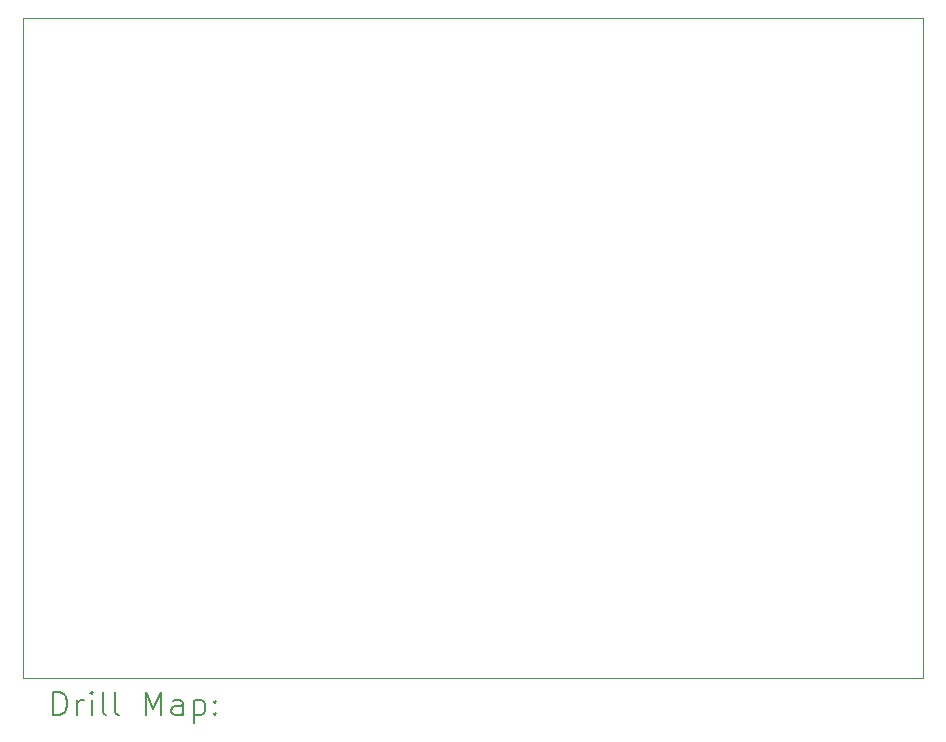
<source format=gbr>
%TF.GenerationSoftware,KiCad,Pcbnew,8.0.0*%
%TF.CreationDate,2024-04-17T16:33:58+02:00*%
%TF.ProjectId,bspdv3,62737064-7633-42e6-9b69-6361645f7063,rev?*%
%TF.SameCoordinates,Original*%
%TF.FileFunction,Drillmap*%
%TF.FilePolarity,Positive*%
%FSLAX45Y45*%
G04 Gerber Fmt 4.5, Leading zero omitted, Abs format (unit mm)*
G04 Created by KiCad (PCBNEW 8.0.0) date 2024-04-17 16:33:58*
%MOMM*%
%LPD*%
G01*
G04 APERTURE LIST*
%ADD10C,0.100000*%
%ADD11C,0.200000*%
G04 APERTURE END LIST*
D10*
X1778000Y-1524000D02*
X9398000Y-1524000D01*
X9398000Y-7112000D01*
X1778000Y-7112000D01*
X1778000Y-1524000D01*
D11*
X2033777Y-7428484D02*
X2033777Y-7228484D01*
X2033777Y-7228484D02*
X2081396Y-7228484D01*
X2081396Y-7228484D02*
X2109967Y-7238008D01*
X2109967Y-7238008D02*
X2129015Y-7257055D01*
X2129015Y-7257055D02*
X2138539Y-7276103D01*
X2138539Y-7276103D02*
X2148063Y-7314198D01*
X2148063Y-7314198D02*
X2148063Y-7342769D01*
X2148063Y-7342769D02*
X2138539Y-7380865D01*
X2138539Y-7380865D02*
X2129015Y-7399912D01*
X2129015Y-7399912D02*
X2109967Y-7418960D01*
X2109967Y-7418960D02*
X2081396Y-7428484D01*
X2081396Y-7428484D02*
X2033777Y-7428484D01*
X2233777Y-7428484D02*
X2233777Y-7295150D01*
X2233777Y-7333246D02*
X2243301Y-7314198D01*
X2243301Y-7314198D02*
X2252824Y-7304674D01*
X2252824Y-7304674D02*
X2271872Y-7295150D01*
X2271872Y-7295150D02*
X2290920Y-7295150D01*
X2357586Y-7428484D02*
X2357586Y-7295150D01*
X2357586Y-7228484D02*
X2348063Y-7238008D01*
X2348063Y-7238008D02*
X2357586Y-7247531D01*
X2357586Y-7247531D02*
X2367110Y-7238008D01*
X2367110Y-7238008D02*
X2357586Y-7228484D01*
X2357586Y-7228484D02*
X2357586Y-7247531D01*
X2481396Y-7428484D02*
X2462348Y-7418960D01*
X2462348Y-7418960D02*
X2452824Y-7399912D01*
X2452824Y-7399912D02*
X2452824Y-7228484D01*
X2586158Y-7428484D02*
X2567110Y-7418960D01*
X2567110Y-7418960D02*
X2557586Y-7399912D01*
X2557586Y-7399912D02*
X2557586Y-7228484D01*
X2814729Y-7428484D02*
X2814729Y-7228484D01*
X2814729Y-7228484D02*
X2881396Y-7371341D01*
X2881396Y-7371341D02*
X2948062Y-7228484D01*
X2948062Y-7228484D02*
X2948062Y-7428484D01*
X3129015Y-7428484D02*
X3129015Y-7323722D01*
X3129015Y-7323722D02*
X3119491Y-7304674D01*
X3119491Y-7304674D02*
X3100443Y-7295150D01*
X3100443Y-7295150D02*
X3062348Y-7295150D01*
X3062348Y-7295150D02*
X3043301Y-7304674D01*
X3129015Y-7418960D02*
X3109967Y-7428484D01*
X3109967Y-7428484D02*
X3062348Y-7428484D01*
X3062348Y-7428484D02*
X3043301Y-7418960D01*
X3043301Y-7418960D02*
X3033777Y-7399912D01*
X3033777Y-7399912D02*
X3033777Y-7380865D01*
X3033777Y-7380865D02*
X3043301Y-7361817D01*
X3043301Y-7361817D02*
X3062348Y-7352293D01*
X3062348Y-7352293D02*
X3109967Y-7352293D01*
X3109967Y-7352293D02*
X3129015Y-7342769D01*
X3224253Y-7295150D02*
X3224253Y-7495150D01*
X3224253Y-7304674D02*
X3243301Y-7295150D01*
X3243301Y-7295150D02*
X3281396Y-7295150D01*
X3281396Y-7295150D02*
X3300443Y-7304674D01*
X3300443Y-7304674D02*
X3309967Y-7314198D01*
X3309967Y-7314198D02*
X3319491Y-7333246D01*
X3319491Y-7333246D02*
X3319491Y-7390388D01*
X3319491Y-7390388D02*
X3309967Y-7409436D01*
X3309967Y-7409436D02*
X3300443Y-7418960D01*
X3300443Y-7418960D02*
X3281396Y-7428484D01*
X3281396Y-7428484D02*
X3243301Y-7428484D01*
X3243301Y-7428484D02*
X3224253Y-7418960D01*
X3405205Y-7409436D02*
X3414729Y-7418960D01*
X3414729Y-7418960D02*
X3405205Y-7428484D01*
X3405205Y-7428484D02*
X3395682Y-7418960D01*
X3395682Y-7418960D02*
X3405205Y-7409436D01*
X3405205Y-7409436D02*
X3405205Y-7428484D01*
X3405205Y-7304674D02*
X3414729Y-7314198D01*
X3414729Y-7314198D02*
X3405205Y-7323722D01*
X3405205Y-7323722D02*
X3395682Y-7314198D01*
X3395682Y-7314198D02*
X3405205Y-7304674D01*
X3405205Y-7304674D02*
X3405205Y-7323722D01*
M02*

</source>
